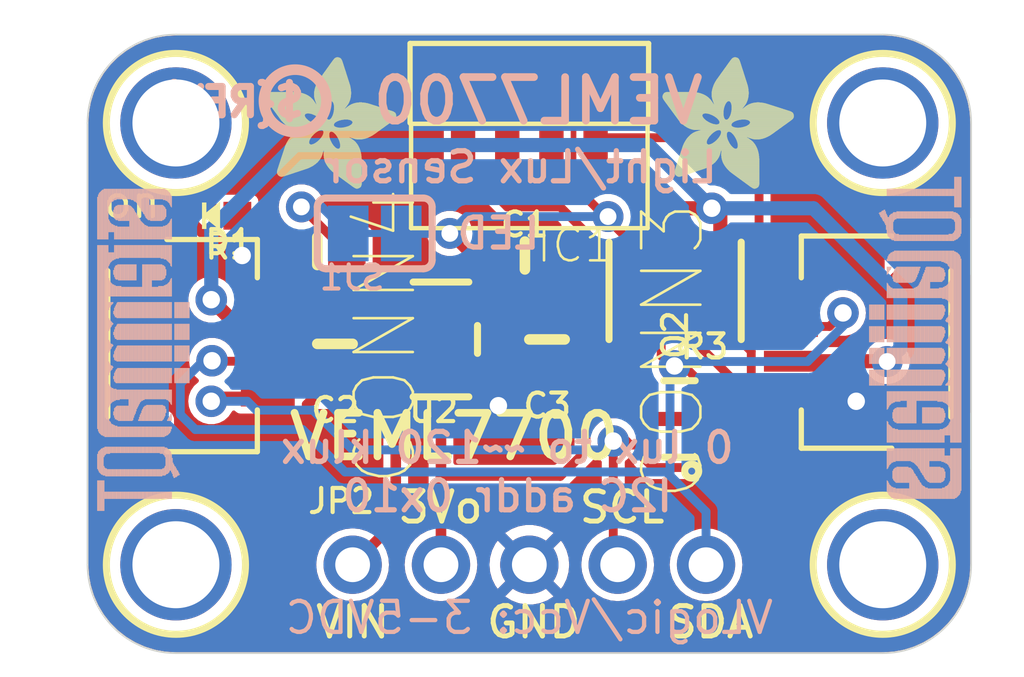
<source format=kicad_pcb>
(kicad_pcb (version 20221018) (generator pcbnew)
  (layers (0 "F.Cu" signal) (31 "B.Cu" signal) (34 "B.Paste" user) (35 "F.Paste" user) (36 "B.SilkS" user "B.Silkscreen") (37 "F.SilkS" user "F.Silkscreen") (38 "B.Mask" user) (39 "F.Mask" user) (44 "Edge.Cuts" user))
  (net 0 "")
  (net 1 "GND")
  (net 2 "SDA")
  (net 3 "SCL")
  (net 4 "SCL_3V")
  (net 5 "SDA_3V")
  (net 6 "3.3V")
  (net 7 "VCC")
  (net 8 "N$1")
  (net 9 "N$2")
  (footprint "working:MOUNTINGHOLE_2.5_PLATED" (layer "F.Cu") (at 138.3411 98.6536)
    (fp_text reference "U$1" hide)
    (fp_text value "MOUNTINGHOLE2.5" hide)
    (pad "P$1" thru_hole circle (at 0 0) (size 3.2 3.2) (drill 2.5) (layers "*.Cu" "*.Mask"))
    (zone (net 0) (net_name "") (layer "F.Cu") (connect_pads (clearance 0)) (min_thickness 0.25)
      (keepout (tracks not_allowed) (vias not_allowed) (pads not_allowed) (copperpour not_allowed) (footprints allowed))
      (fill (thermal_gap 0.5) (thermal_bridge_width 0.5))
      (polygon (pts (xy 140.3571 98.6536) (xy 140.33748 98.373027) (xy 140.279004 98.097915) (xy 140.182808 97.833619) (xy 140.050765 97.585283) (xy 139.885446 97.35774) (xy 139.690067 97.15542) (xy 139.468433 96.98226) (xy 139.224856 96.841631) (xy 138.964078 96.73627) (xy 138.691175 96.668228) (xy 138.411457 96.638828) (xy 138.130371 96.648644) (xy 137.853385 96.697484) (xy 137.585893 96.784397) (xy 137.3331 96.907693) (xy 137.099926 97.06497) (xy 136.890911 97.253169) (xy 136.710122 97.468625) (xy 136.561078 97.707145) (xy 136.44668 97.964087) (xy 136.369154 98.23445) (xy 136.330011 98.512971) (xy 136.330011 98.794229) (xy 136.369154 99.07275) (xy 136.44668 99.343113) (xy 136.561078 99.600055) (xy 136.710122 99.838575) (xy 136.890911 100.054031) (xy 137.099926 100.24223) (xy 137.3331 100.399507) (xy 137.585893 100.522803) (xy 137.853385 100.609716) (xy 138.130371 100.658556) (xy 138.411457 100.668372) (xy 138.691175 100.638972) (xy 138.964078 100.57093) (xy 139.224856 100.465569) (xy 139.468433 100.32494) (xy 139.690067 100.15178) (xy 139.885446 99.94946) (xy 140.050765 99.721917) (xy 140.182808 99.473581) (xy 140.279004 99.209285) (xy 140.33748 98.934173)))
      (polygon (pts (xy 138.3251 98.6536) (xy 138.329786 98.664914) (xy 138.3411 98.6696) (xy 138.352414 98.664914) (xy 138.3571 98.6536) (xy 138.352414 98.642286) (xy 138.3411 98.6376) (xy 138.329786 98.642286)))
    )
    (zone (net 0) (net_name "") (layer "B.Cu") (connect_pads (clearance 0)) (min_thickness 0.25)
      (keepout (tracks not_allowed) (vias not_allowed) (pads not_allowed) (copperpour not_allowed) (footprints allowed))
      (fill (thermal_gap 0.5) (thermal_bridge_width 0.5))
      (polygon (pts (xy 140.3571 98.6536) (xy 140.33748 98.373027) (xy 140.279004 98.097915) (xy 140.182808 97.833619) (xy 140.050765 97.585283) (xy 139.885446 97.35774) (xy 139.690067 97.15542) (xy 139.468433 96.98226) (xy 139.224856 96.841631) (xy 138.964078 96.73627) (xy 138.691175 96.668228) (xy 138.411457 96.638828) (xy 138.130371 96.648644) (xy 137.853385 96.697484) (xy 137.585893 96.784397) (xy 137.3331 96.907693) (xy 137.099926 97.06497) (xy 136.890911 97.253169) (xy 136.710122 97.468625) (xy 136.561078 97.707145) (xy 136.44668 97.964087) (xy 136.369154 98.23445) (xy 136.330011 98.512971) (xy 136.330011 98.794229) (xy 136.369154 99.07275) (xy 136.44668 99.343113) (xy 136.561078 99.600055) (xy 136.710122 99.838575) (xy 136.890911 100.054031) (xy 137.099926 100.24223) (xy 137.3331 100.399507) (xy 137.585893 100.522803) (xy 137.853385 100.609716) (xy 138.130371 100.658556) (xy 138.411457 100.668372) (xy 138.691175 100.638972) (xy 138.964078 100.57093) (xy 139.224856 100.465569) (xy 139.468433 100.32494) (xy 139.690067 100.15178) (xy 139.885446 99.94946) (xy 140.050765 99.721917) (xy 140.182808 99.473581) (xy 140.279004 99.209285) (xy 140.33748 98.934173)))
      (polygon (pts (xy 138.3251 98.6536) (xy 138.329786 98.664914) (xy 138.3411 98.6696) (xy 138.352414 98.664914) (xy 138.3571 98.6536) (xy 138.352414 98.642286) (xy 138.3411 98.6376) (xy 138.329786 98.642286)))
    )
  )
  (footprint "working:VEML7700" (layer "F.Cu") (at 148.5011 100.1776 180)
    (fp_text reference "IC1" (at -2.5 -2) (layer "F.SilkS") (effects (font (size 0.9264 0.9264) (thickness 0.0736)) (justify right)))
    (fp_text value "VEML7700")
    (pad "1" smd rect (at -1.905 1.1 90) (size 1.6 0.7) (layers "F.Cu" "F.Paste" "F.Mask") (net 4 "SCL_3V"))
    (pad "2" smd rect (at -0.635 1.1 90) (size 1.6 0.7) (layers "F.Cu" "F.Paste" "F.Mask") (net 6 "3.3V"))
    (pad "3" smd rect (at 0.635 1.1 90) (size 1.6 0.7) (layers "F.Cu" "F.Paste" "F.Mask") (net 1 "GND"))
    (pad "4" smd rect (at 1.905 1.1 90) (size 1.6 0.7) (layers "F.Cu" "F.Paste" "F.Mask") (net 5 "SDA_3V"))
  )
  (footprint "working:MOUNTINGHOLE_2.5_PLATED" (layer "F.Cu") (at 138.3411 111.3536)
    (fp_text reference "U$19" hide)
    (fp_text value "MOUNTINGHOLE2.5" hide)
    (pad "P$1" thru_hole circle (at 0 0) (size 3.2 3.2) (drill 2.5) (layers "*.Cu" "*.Mask"))
    (zone (net 0) (net_name "") (layer "F.Cu") (connect_pads (clearance 0)) (min_thickness 0.25)
      (keepout (tracks not_allowed) (vias not_allowed) (pads not_allowed) (copperpour not_allowed) (footprints allowed))
      (fill (thermal_gap 0.5) (thermal_bridge_width 0.5))
      (polygon (pts (xy 140.3571 111.3536) (xy 140.33748 111.073027) (xy 140.279004 110.797915) (xy 140.182808 110.533619) (xy 140.050765 110.285283) (xy 139.885446 110.05774) (xy 139.690067 109.85542) (xy 139.468433 109.68226) (xy 139.224856 109.541631) (xy 138.964078 109.43627) (xy 138.691175 109.368228) (xy 138.411457 109.338828) (xy 138.130371 109.348644) (xy 137.853385 109.397484) (xy 137.585893 109.484397) (xy 137.3331 109.607693) (xy 137.099926 109.76497) (xy 136.890911 109.953169) (xy 136.710122 110.168625) (xy 136.561078 110.407145) (xy 136.44668 110.664087) (xy 136.369154 110.93445) (xy 136.330011 111.212971) (xy 136.330011 111.494229) (xy 136.369154 111.77275) (xy 136.44668 112.043113) (xy 136.561078 112.300055) (xy 136.710122 112.538575) (xy 136.890911 112.754031) (xy 137.099926 112.94223) (xy 137.3331 113.099507) (xy 137.585893 113.222803) (xy 137.853385 113.309716) (xy 138.130371 113.358556) (xy 138.411457 113.368372) (xy 138.691175 113.338972) (xy 138.964078 113.27093) (xy 139.224856 113.165569) (xy 139.468433 113.02494) (xy 139.690067 112.85178) (xy 139.885446 112.64946) (xy 140.050765 112.421917) (xy 140.182808 112.173581) (xy 140.279004 111.909285) (xy 140.33748 111.634173)))
      (polygon (pts (xy 138.3251 111.3536) (xy 138.329786 111.364914) (xy 138.3411 111.3696) (xy 138.352414 111.364914) (xy 138.3571 111.3536) (xy 138.352414 111.342286) (xy 138.3411 111.3376) (xy 138.329786 111.342286)))
    )
    (zone (net 0) (net_name "") (layer "B.Cu") (connect_pads (clearance 0)) (min_thickness 0.25)
      (keepout (tracks not_allowed) (vias not_allowed) (pads not_allowed) (copperpour not_allowed) (footprints allowed))
      (fill (thermal_gap 0.5) (thermal_bridge_width 0.5))
      (polygon (pts (xy 140.3571 111.3536) (xy 140.33748 111.073027) (xy 140.279004 110.797915) (xy 140.182808 110.533619) (xy 140.050765 110.285283) (xy 139.885446 110.05774) (xy 139.690067 109.85542) (xy 139.468433 109.68226) (xy 139.224856 109.541631) (xy 138.964078 109.43627) (xy 138.691175 109.368228) (xy 138.411457 109.338828) (xy 138.130371 109.348644) (xy 137.853385 109.397484) (xy 137.585893 109.484397) (xy 137.3331 109.607693) (xy 137.099926 109.76497) (xy 136.890911 109.953169) (xy 136.710122 110.168625) (xy 136.561078 110.407145) (xy 136.44668 110.664087) (xy 136.369154 110.93445) (xy 136.330011 111.212971) (xy 136.330011 111.494229) (xy 136.369154 111.77275) (xy 136.44668 112.043113) (xy 136.561078 112.300055) (xy 136.710122 112.538575) (xy 136.890911 112.754031) (xy 137.099926 112.94223) (xy 137.3331 113.099507) (xy 137.585893 113.222803) (xy 137.853385 113.309716) (xy 138.130371 113.358556) (xy 138.411457 113.368372) (xy 138.691175 113.338972) (xy 138.964078 113.27093) (xy 139.224856 113.165569) (xy 139.468433 113.02494) (xy 139.690067 112.85178) (xy 139.885446 112.64946) (xy 140.050765 112.421917) (xy 140.182808 112.173581) (xy 140.279004 111.909285) (xy 140.33748 111.634173)))
      (polygon (pts (xy 138.3251 111.3536) (xy 138.329786 111.364914) (xy 138.3411 111.3696) (xy 138.352414 111.364914) (xy 138.3571 111.3536) (xy 138.352414 111.342286) (xy 138.3411 111.3376) (xy 138.329786 111.342286)))
    )
  )
  (footprint "working:JST_SH4" (layer "F.Cu") (at 138.4681 105.0036 -90)
    (fp_text reference "CONN4" (at -4.6 -5.9 90) (layer "F.SilkS") (effects (font (size 1.703222 1.703222) (thickness 0.074778)) (justify right)))
    (fp_text value "STEMMA_I2C_QT" hide)
    (pad "1" smd rect (at -1.5 -2.514) (size 1.55 0.6) (layers "F.Cu" "F.Paste" "F.Mask") (net 1 "GND"))
    (pad "2" smd rect (at -0.5 -2.514) (size 1.55 0.6) (layers "F.Cu" "F.Paste" "F.Mask") (net 7 "VCC"))
    (pad "3" smd rect (at 0.5 -2.514) (size 1.55 0.6) (layers "F.Cu" "F.Paste" "F.Mask") (net 2 "SDA"))
    (pad "4" smd rect (at 1.5 -2.514) (size 1.55 0.6) (layers "F.Cu" "F.Paste" "F.Mask") (net 3 "SCL"))
    (pad "MT1" smd rect (at -2.8 1.386) (size 1.8 1.2) (layers "F.Cu" "F.Paste" "F.Mask") (net 1 "GND"))
    (pad "MT2" smd rect (at 2.8 1.386) (size 1.8 1.2) (layers "F.Cu" "F.Paste" "F.Mask") (net 1 "GND"))
  )
  (footprint "working:1X05_ROUND" (layer "F.Cu") (at 148.5011 111.3536)
    (fp_text reference "JP2" (at -6.4262 -1.8288) (layer "F.SilkS") (effects (font (size 0.692831 0.692831) (thickness 0.119969)) (justify left)))
    (fp_text value "")
    (pad "1" thru_hole circle (at -5.08 0 90) (size 1.6764 1.6764) (drill 1) (layers "*.Cu" "*.Mask") (net 7 "VCC"))
    (pad "2" thru_hole circle (at -2.54 0 90) (size 1.6764 1.6764) (drill 1) (layers "*.Cu" "*.Mask") (net 6 "3.3V"))
    (pad "3" thru_hole circle (at 0 0 90) (size 1.6764 1.6764) (drill 1) (layers "*.Cu" "*.Mask") (net 1 "GND"))
    (pad "4" thru_hole circle (at 2.54 0 90) (size 1.6764 1.6764) (drill 1) (layers "*.Cu" "*.Mask") (net 3 "SCL"))
    (pad "5" thru_hole circle (at 5.08 0 90) (size 1.6764 1.6764) (drill 1) (layers "*.Cu" "*.Mask") (net 2 "SDA"))
  )
  (footprint "working:CHIPLED_0603_NOOUTLINE" (layer "F.Cu") (at 139.3571 101.3206 90)
    (fp_text reference "D1" (at -0.762 1.27) (layer "F.SilkS") (effects (font (size 0.692831 0.692831) (thickness 0.119969)) (justify right)))
    (fp_text value "GREEN")
    (pad "A" smd rect (at 0 0.75 90) (size 0.8 0.8) (layers "F.Cu" "F.Paste" "F.Mask") (net 8 "N$1"))
    (pad "C" smd rect (at 0 -0.75 90) (size 0.8 0.8) (layers "F.Cu" "F.Paste" "F.Mask") (net 1 "GND"))
  )
  (footprint "working:JST_SH4" (layer "F.Cu") (at 158.5341 105.0036 90)
    (fp_text reference "CONN3" (at -4.6 -5.9 90) (layer "F.SilkS") (effects (font (size 1.703222 1.703222) (thickness 0.074778)) (justify left)))
    (fp_text value "STEMMA_I2C_QT" hide)
    (pad "1" smd rect (at -1.5 -2.514 180) (size 1.55 0.6) (layers "F.Cu" "F.Paste" "F.Mask") (net 1 "GND"))
    (pad "2" smd rect (at -0.5 -2.514 180) (size 1.55 0.6) (layers "F.Cu" "F.Paste" "F.Mask") (net 7 "VCC"))
    (pad "3" smd rect (at 0.5 -2.514 180) (size 1.55 0.6) (layers "F.Cu" "F.Paste" "F.Mask") (net 2 "SDA"))
    (pad "4" smd rect (at 1.5 -2.514 180) (size 1.55 0.6) (layers "F.Cu" "F.Paste" "F.Mask") (net 3 "SCL"))
    (pad "MT1" smd rect (at -2.8 1.386 180) (size 1.8 1.2) (layers "F.Cu" "F.Paste" "F.Mask") (net 1 "GND"))
    (pad "MT2" smd rect (at 2.8 1.386 180) (size 1.8 1.2) (layers "F.Cu" "F.Paste" "F.Mask") (net 1 "GND"))
  )
  (footprint "working:SOT23-5" (layer "F.Cu") (at 145.9611 104.8766 -90)
    (fp_text reference "U2" (at 2.032 -0.562) (layer "F.SilkS") (effects (font (size 0.692831 0.692831) (thickness 0.119969)) (justify right)))
    (fp_text value "AP2112K-3.3")
    (pad "1" smd rect (at -0.95 1.3001 270) (size 0.55 1.2) (layers "F.Cu" "F.Paste" "F.Mask") (net 7 "VCC"))
    (pad "2" smd rect (at 0 1.3001 270) (size 0.55 1.2) (layers "F.Cu" "F.Paste" "F.Mask") (net 1 "GND"))
    (pad "3" smd rect (at 0.95 1.3001 270) (size 0.55 1.2) (layers "F.Cu" "F.Paste" "F.Mask") (net 7 "VCC"))
    (pad "4" smd rect (at 0.95 -1.3001 270) (size 0.55 1.2) (layers "F.Cu" "F.Paste" "F.Mask"))
    (pad "5" smd rect (at -0.95 -1.3001 270) (size 0.55 1.2) (layers "F.Cu" "F.Paste" "F.Mask") (net 6 "3.3V"))
  )
  (footprint "working:0805-NO" (layer "F.Cu") (at 149.0091 104.8766 -90)
    (fp_text reference "C3" (at 1.905 -0.762) (layer "F.SilkS") (effects (font (size 0.692831 0.692831) (thickness 0.119969)) (justify right)))
    (fp_text value "10uF")
    (pad "1" smd rect (at -0.95 0 270) (size 1.24 1.5) (layers "F.Cu" "F.Paste" "F.Mask") (net 6 "3.3V"))
    (pad "2" smd rect (at 0.95 0 270) (size 1.24 1.5) (layers "F.Cu" "F.Paste" "F.Mask") (net 1 "GND"))
  )
  (footprint "working:0603-NO" (layer "F.Cu") (at 142.4051 102.3366 180)
    (fp_text reference "R1" (at 1.778 0.127) (layer "F.SilkS") (effects (font (size 0.692831 0.692831) (thickness 0.119969)) (justify right)))
    (fp_text value "47K")
    (pad "1" smd rect (at -0.85 0 180) (size 1.075 1) (layers "F.Cu" "F.Paste" "F.Mask") (net 9 "N$2"))
    (pad "2" smd rect (at 0.85 0 180) (size 1.075 1) (layers "F.Cu" "F.Paste" "F.Mask") (net 8 "N$1"))
  )
  (footprint "working:FIDUCIAL_1MM" (layer "F.Cu") (at 140.8811 109.3216)
    (fp_text reference "FID3" hide)
    (fp_text value "FIDUCIAL_1MM" hide)
    (pad "1" smd roundrect (at 0 0) (size 1 1) (layers "F.Cu" "F.Mask") (roundrect_rratio 0.5))
  )
  (footprint "working:FIDUCIAL_1MM" (layer "F.Cu") (at 155.8671 97.1296)
    (fp_text reference "FID4" hide)
    (fp_text value "FIDUCIAL_1MM" hide)
    (pad "1" smd roundrect (at 0 0) (size 1 1) (layers "F.Cu" "F.Mask") (roundrect_rratio 0.5))
  )
  (footprint "working:0603-NO" (layer "F.Cu") (at 148.3741 102.4636)
    (fp_text reference "C1" (at -0.762 -0.889) (layer "F.SilkS") (effects (font (size 0.692831 0.692831) (thickness 0.119969)) (justify left)))
    (fp_text value "0.1uF")
    (pad "1" smd rect (at -0.85 0) (size 1.075 1) (layers "F.Cu" "F.Paste" "F.Mask") (net 6 "3.3V"))
    (pad "2" smd rect (at 0.85 0) (size 1.075 1) (layers "F.Cu" "F.Paste" "F.Mask") (net 1 "GND"))
  )
  (footprint "working:MOUNTINGHOLE_2.5_PLATED" (layer "F.Cu") (at 158.6611 111.3536)
    (fp_text reference "U$21" hide)
    (fp_text value "MOUNTINGHOLE2.5" hide)
    (pad "P$1" thru_hole circle (at 0 0) (size 3.2 3.2) (drill 2.5) (layers "*.Cu" "*.Mask"))
    (zone (net 0) (net_name "") (layer "F.Cu") (connect_pads (clearance 0)) (min_thickness 0.25)
      (keepout (tracks not_allowed) (vias not_allowed) (pads not_allowed) (copperpour not_allowed) (footprints allowed))
      (fill (thermal_gap 0.5) (thermal_bridge_width 0.5))
      (polygon (pts (xy 160.6771 111.3536) (xy 160.65748 111.073027) (xy 160.599004 110.797915) (xy 160.502808 110.533619) (xy 160.370765 110.285283) (xy 160.205446 110.05774) (xy 160.010067 109.85542) (xy 159.788433 109.68226) (xy 159.544856 109.541631) (xy 159.284078 109.43627) (xy 159.011175 109.368228) (xy 158.731457 109.338828) (xy 158.450371 109.348644) (xy 158.173385 109.397484) (xy 157.905893 109.484397) (xy 157.6531 109.607693) (xy 157.419926 109.76497) (xy 157.210911 109.953169) (xy 157.030122 110.168625) (xy 156.881078 110.407145) (xy 156.76668 110.664087) (xy 156.689154 110.93445) (xy 156.650011 111.212971) (xy 156.650011 111.494229) (xy 156.689154 111.77275) (xy 156.76668 112.043113) (xy 156.881078 112.300055) (xy 157.030122 112.538575) (xy 157.210911 112.754031) (xy 157.419926 112.94223) (xy 157.6531 113.099507) (xy 157.905893 113.222803) (xy 158.173385 113.309716) (xy 158.450371 113.358556) (xy 158.731457 113.368372) (xy 159.011175 113.338972) (xy 159.284078 113.27093) (xy 159.544856 113.165569) (xy 159.788433 113.02494) (xy 160.010067 112.85178) (xy 160.205446 112.64946) (xy 160.370765 112.421917) (xy 160.502808 112.173581) (xy 160.599004 111.909285) (xy 160.65748 111.634173)))
      (polygon (pts (xy 158.6451 111.3536) (xy 158.649786 111.364914) (xy 158.6611 111.3696) (xy 158.672414 111.364914) (xy 158.6771 111.3536) (xy 158.672414 111.342286) (xy 158.6611 111.3376) (xy 158.649786 111.342286)))
    )
    (zone (net 0) (net_name "") (layer "B.Cu") (connect_pads (clearance 0)) (min_thickness 0.25)
      (keepout (tracks not_allowed) (vias not_allowed) (pads not_allowed) (copperpour not_allowed) (footprints allowed))
      (fill (thermal_gap 0.5) (thermal_bridge_width 0.5))
      (polygon (pts (xy 160.6771 111.3536) (xy 160.65748 111.073027) (xy 160.599004 110.797915) (xy 160.502808 110.533619) (xy 160.370765 110.285283) (xy 160.205446 110.05774) (xy 160.010067 109.85542) (xy 159.788433 109.68226) (xy 159.544856 109.541631) (xy 159.284078 109.43627) (xy 159.011175 109.368228) (xy 158.731457 109.338828) (xy 158.450371 109.348644) (xy 158.173385 109.397484) (xy 157.905893 109.484397) (xy 157.6531 109.607693) (xy 157.419926 109.76497) (xy 157.210911 109.953169) (xy 157.030122 110.168625) (xy 156.881078 110.407145) (xy 156.76668 110.664087) (xy 156.689154 110.93445) (xy 156.650011 111.212971) (xy 156.650011 111.494229) (xy 156.689154 111.77275) (xy 156.76668 112.043113) (xy 156.881078 112.300055) (xy 157.030122 112.538575) (xy 157.210911 112.754031) (xy 157.419926 112.94223) (xy 157.6531 113.099507) (xy 157.905893 113.222803) (xy 158.173385 113.309716) (xy 158.450371 113.358556) (xy 158.731457 113.368372) (xy 159.011175 113.338972) (xy 159.284078 113.27093) (xy 159.544856 113.165569) (xy 159.788433 113.02494) (xy 160.010067 112.85178) (xy 160.205446 112.64946) (xy 160.370765 112.421917) (xy 160.502808 112.173581) (xy 160.599004 111.909285) (xy 160.65748 111.634173)))
      (polygon (pts (xy 158.6451 111.3536) (xy 158.649786 111.364914) (xy 158.6611 111.3696) (xy 158.672414 111.364914) (xy 158.6771 111.3536) (xy 158.672414 111.342286) (xy 158.6611 111.3376) (xy 158.649786 111.342286)))
    )
  )
  (footprint "working:0805-NO" (layer "F.Cu") (at 142.9131 105.0036 -90)
    (fp_text reference "C2" (at 1.905 -0.762) (layer "F.SilkS") (effects (font (size 0.692831 0.692831) (thickness 0.119969)) (justify right)))
    (fp_text value "10uF")
    (pad "1" smd rect (at -0.95 0 270) (size 1.24 1.5) (layers "F.Cu" "F.Paste" "F.Mask") (net 7 "VCC"))
    (pad "2" smd rect (at 0.95 0 270) (size 1.24 1.5) (layers "F.Cu" "F.Paste" "F.Mask") (net 1 "GND"))
  )
  (footprint "working:MOUNTINGHOLE_2.5_PLATED" (layer "F.Cu") (at 158.6611 98.6536)
    (fp_text reference "U$17" hide)
    (fp_text value "MOUNTINGHOLE2.5" hide)
    (pad "P$1" thru_hole circle (at 0 0) (size 3.2 3.2) (drill 2.5) (layers "*.Cu" "*.Mask"))
    (zone (net 0) (net_name "") (layer "F.Cu") (connect_pads (clearance 0)) (min_thickness 0.25)
      (keepout (tracks not_allowed) (vias not_allowed) (pads not_allowed) (copperpour not_allowed) (footprints allowed))
      (fill (thermal_gap 0.5) (thermal_bridge_width 0.5))
      (polygon (pts (xy 160.6771 98.6536) (xy 160.65748 98.373027) (xy 160.599004 98.097915) (xy 160.502808 97.833619) (xy 160.370765 97.585283) (xy 160.205446 97.35774) (xy 160.010067 97.15542) (xy 159.788433 96.98226) (xy 159.544856 96.841631) (xy 159.284078 96.73627) (xy 159.011175 96.668228) (xy 158.731457 96.638828) (xy 158.450371 96.648644) (xy 158.173385 96.697484) (xy 157.905893 96.784397) (xy 157.6531 96.907693) (xy 157.419926 97.06497) (xy 157.210911 97.253169) (xy 157.030122 97.468625) (xy 156.881078 97.707145) (xy 156.76668 97.964087) (xy 156.689154 98.23445) (xy 156.650011 98.512971) (xy 156.650011 98.794229) (xy 156.689154 99.07275) (xy 156.76668 99.343113) (xy 156.881078 99.600055) (xy 157.030122 99.838575) (xy 157.210911 100.054031) (xy 157.419926 100.24223) (xy 157.6531 100.399507) (xy 157.905893 100.522803) (xy 158.173385 100.609716) (xy 158.450371 100.658556) (xy 158.731457 100.668372) (xy 159.011175 100.638972) (xy 159.284078 100.57093) (xy 159.544856 100.465569) (xy 159.788433 100.32494) (xy 160.010067 100.15178) (xy 160.205446 99.94946) (xy 160.370765 99.721917) (xy 160.502808 99.473581) (xy 160.599004 99.209285) (xy 160.65748 98.934173)))
      (polygon (pts (xy 158.6451 98.6536) (xy 158.649786 98.664914) (xy 158.6611 98.6696) (xy 158.672414 98.664914) (xy 158.6771 98.6536) (xy 158.672414 98.642286) (xy 158.6611 98.6376) (xy 158.649786 98.642286)))
    )
    (zone (net 0) (net_name "") (layer "B.Cu") (connect_pads (clearance 0)) (min_thickness 0.25)
      (keepout (tracks not_allowed) (vias not_allowed) (pads not_allowed) (copperpour not_allowed) (footprints allowed))
      (fill (thermal_gap 0.5) (thermal_bridge_width 0.5))
      (polygon (pts (xy 160.6771 98.6536) (xy 160.65748 98.373027) (xy 160.599004 98.097915) (xy 160.502808 97.833619) (xy 160.370765 97.585283) (xy 160.205446 97.35774) (xy 160.010067 97.15542) (xy 159.788433 96.98226) (xy 159.544856 96.841631) (xy 159.284078 96.73627) (xy 159.011175 96.668228) (xy 158.731457 96.638828) (xy 158.450371 96.648644) (xy 158.173385 96.697484) (xy 157.905893 96.784397) (xy 157.6531 96.907693) (xy 157.419926 97.06497) (xy 157.210911 97.253169) (xy 157.030122 97.468625) (xy 156.881078 97.707145) (xy 156.76668 97.964087) (xy 156.689154 98.23445) (xy 156.650011 98.512971) (xy 156.650011 98.794229) (xy 156.689154 99.07275) (xy 156.76668 99.343113) (xy 156.881078 99.600055) (xy 157.030122 99.838575) (xy 157.210911 100.054031) (xy 157.419926 100.24223) (xy 157.6531 100.399507) (xy 157.905893 100.522803) (xy 158.173385 100.609716) (xy 158.450371 100.658556) (xy 158.731457 100.668372) (xy 159.011175 100.638972) (xy 159.284078 100.57093) (xy 159.544856 100.465569) (xy 159.788433 100.32494) (xy 160.010067 100.15178) (xy 160.205446 99.94946) (xy 160.370765 99.721917) (xy 160.502808 99.473581) (xy 160.599004 99.209285) (xy 160.65748 98.934173)))
      (polygon (pts (xy 158.6451 98.6536) (xy 158.649786 98.664914) (xy 158.6611 98.6696) (xy 158.672414 98.664914) (xy 158.6771 98.6536) (xy 158.672414 98.642286) (xy 158.6611 98.6376) (xy 158.649786 98.642286)))
    )
  )
  (footprint "working:ADAFRUIT_3.5MM" (layer "F.Cu") (at 152.3111 100.5586)
    (fp_text reference "U$4" hide)
    (fp_text value "" hide)
  )
  (footprint "working:SOT363" (layer "F.Cu") (at 152.8191 107.1626 90)
    (fp_text reference "Q2" (at 1.651 -0.127 90) (layer "F.SilkS") (effects (font (size 0.692831 0.692831) (thickness 0.119969)) (justify left)))
    (fp_text value "BSS138")
    (pad "1" smd rect (at -0.75 0.9 90) (size 0.5 0.5) (layers "F.Cu" "F.Paste" "F.Mask") (net 4 "SCL_3V"))
    (pad "2" smd rect (at 0 0.9 90) (size 0.4 0.5) (layers "F.Cu" "F.Paste" "F.Mask") (net 6 "3.3V"))
    (pad "3" smd rect (at 0.75 0.9 90) (size 0.5 0.5) (layers "F.Cu" "F.Paste" "F.Mask") (net 2 "SDA"))
    (pad "4" smd rect (at 0.75 -0.9 90) (size 0.5 0.5) (layers "F.Cu" "F.Paste" "F.Mask") (net 5 "SDA_3V"))
    (pad "5" smd rect (at 0 -0.9 90) (size 0.4 0.5) (layers "F.Cu" "F.Paste" "F.Mask") (net 6 "3.3V"))
    (pad "6" smd rect (at -0.75 -0.9 90) (size 0.5 0.5) (layers "F.Cu" "F.Paste" "F.Mask") (net 3 "SCL"))
  )
  (footprint "working:RESPACK_4X0603" (layer "F.Cu") (at 152.6921 103.4796 180)
    (fp_text reference "R3" (at -1.6 -1.6) (layer "F.SilkS") (effects (font (size 0.692831 0.692831) (thickness 0.119969)) (justify right)))
    (fp_text value "4.7K")
    (pad "1" smd rect (at -1.3 0.85 180) (size 0.45 0.9) (layers "F.Cu" "F.Paste" "F.Mask") (net 7 "VCC"))
    (pad "2" smd rect (at -0.4 0.85 180) (size 0.45 0.9) (layers "F.Cu" "F.Paste" "F.Mask") (net 6 "3.3V"))
    (pad "3" smd rect (at 0.4 0.85 180) (size 0.45 0.9) (layers "F.Cu" "F.Paste" "F.Mask") (net 7 "VCC"))
    (pad "4" smd rect (at 1.3 0.85 180) (size 0.45 0.9) (layers "F.Cu" "F.Paste" "F.Mask") (net 6 "3.3V"))
    (pad "5" smd rect (at 1.3 -0.85 180) (size 0.45 0.9) (layers "F.Cu" "F.Paste" "F.Mask") (net 5 "SDA_3V"))
    (pad "6" smd rect (at 0.4 -0.85 180) (size 0.45 0.9) (layers "F.Cu" "F.Paste" "F.Mask") (net 2 "SDA"))
    (pad "7" smd rect (at -0.4 -0.85 180) (size 0.45 0.9) (layers "F.Cu" "F.Paste" "F.Mask") (net 4 "SCL_3V"))
    (pad "8" smd rect (at -1.3 -0.85 180) (size 0.45 0.9) (layers "F.Cu" "F.Paste" "F.Mask") (net 3 "SCL"))
  )
  (footprint "working:ADAFRUIT_3.5MM" (layer "F.Cu") (at 140.8811 100.5586)
    (fp_text reference "U$22" hide)
    (fp_text value "" hide)
  )
  (footprint "working:STEMMAQT" (layer "B.Cu") (at 138.7221 100.5586 -90)
    (fp_text reference "U$31" hide)
    (fp_text value "" hide)
  )
  (footprint "working:SOLDERJUMPER_CLOSEDWIRE" (layer "B.Cu") (at 144.0561 101.8286)
    (fp_text reference "SJ1" (at -1.651 1.27) (layer "B.SilkS") (effects (font (size 0.692831 0.692831) (thickness 0.119969)) (justify right mirror)))
    (fp_text value "")
    (pad "1" smd rect (at -0.762 0) (size 1.1684 1.6002) (layers "B.Cu") (net 9 "N$2"))
    (pad "2" smd rect (at 0.762 0) (size 1.1684 1.6002) (layers "B.Cu") (net 6 "3.3V"))
    (pad "WIRE" smd rect (at 0 0 180) (size 0.635 0.2032) (layers "B.Cu"))
  )
  (footprint "working:STEMMAQT" (layer "B.Cu") (at 158.2801 109.4486 90)
    (fp_text reference "U$30" hide)
    (fp_text value "" hide)
  )
  (footprint "working:KATTNI_STOP" (layer "B.Cu") (at 151.5491 106.0196 180)
    (fp_text reference "U$2" hide)
    (fp_text value "" hide)
  )
  (footprint "working:PCBFEAT-REV-040" (layer "B.Cu") (at 141.7701 98.0186 180)
    (fp_text reference "U$25" hide)
    (fp_text value "" hide)
    (fp_text user "${REV}" (at -0.3556 -0.508) (layer "B.SilkS") (effects (font (size 0.8128 0.8128) (thickness 0.2032)) (justify left bottom mirror)))
  )
  (gr_line (start 145.0721 98.6536) (end 145.0721 96.3676) (stroke (width 0.1524)) (layer "F.SilkS"))
  (gr_line (start 145.0721 96.3676) (end 151.9301 96.3676) (stroke (width 0.1524)) (layer "F.SilkS"))
  (gr_line (start 151.9301 96.3676) (end 151.9301 98.6536) (stroke (width 0.1524)) (layer "F.SilkS"))
  (gr_arc (start 138.3411 113.8936) (mid 136.545049 113.149651) (end 135.8011 111.3536) (stroke (width 0.05)) (layer "Edge.Cuts"))
  (gr_arc (start 161.2011 111.3536) (mid 160.457151 113.149651) (end 158.6611 113.8936) (stroke (width 0.05)) (layer "Edge.Cuts"))
  (gr_line (start 138.3411 113.8936) (end 158.6611 113.8936) (stroke (width 0.05)) (layer "Edge.Cuts"))
  (gr_line (start 158.6611 96.1136) (end 138.3411 96.1136) (stroke (width 0.05)) (layer "Edge.Cuts"))
  (gr_line (start 135.8011 98.6536) (end 135.8011 111.3536) (stroke (width 0.05)) (layer "Edge.Cuts"))
  (gr_line (start 161.2011 111.3536) (end 161.2011 98.6536) (stroke (width 0.05)) (layer "Edge.Cuts"))
  (gr_arc (start 158.6611 96.1136) (mid 160.457151 96.857549) (end 161.2011 98.6536) (stroke (width 0.05)) (layer "Edge.Cuts"))
  (gr_arc (start 135.8011 98.6536) (mid 136.545049 96.857549) (end 138.3411 96.1136) (stroke (width 0.05)) (layer "Edge.Cuts"))
  (gr_text "LED" (at 147.6121 101.8286) (layer "B.SilkS") (effects (font (size 0.8636 0.8636) (thickness 0.1524)) (justify mirror)))
  (gr_text "VEML7700" (at 148.7551 98.0186) (layer "B.SilkS") (effects (font (size 1.25222 1.25222) (thickness 0.22098)) (justify mirror)))
  (gr_text "VLogic/Vcc: 3-5VDC" (at 148.5011 112.8776) (layer "B.SilkS") (effects (font (size 0.89408 0.89408) (thickness 0.12192)) (justify mirror)))
  (gr_text "Light/Lux Sensor" (at 148.2471 99.9236) (layer "B.SilkS") (effects (font (size 0.8636 0.8636) (thickness 0.1524)) (justify mirror)))
  (gr_text "0 lux to ~~120 klux\nI2C addr 0x10" (at 147.8661 108.6866) (layer "B.SilkS") (effects (font (size 0.8636 0.8636) (thickness 0.1524)) (justify mirror)))
  (gr_text "GND" (at 148.6281 113.0046) (layer "F.SilkS") (effects (font (size 0.87376 0.87376) (thickness 0.14224))))
  (gr_text "VEML7700" (at 146.3421 107.6706) (layer "F.SilkS") (effects (font (size 1.25222 1.25222) (thickness 0.22098))))
  (gr_text "VIN" (at 143.4211 113.0046) (layer "F.SilkS") (effects (font (size 0.87376 0.87376) (thickness 0.14224))))
  (gr_text "on" (at 136.1821 101.4476) (layer "F.SilkS") (effects (font (size 0.89408 0.89408) (thickness 0.12192)) (justify left bottom)))
  (gr_text "3Vo" (at 145.9611 109.7026) (layer "F.SilkS") (effects (font (size 0.87376 0.87376) (thickness 0.14224))))
  (gr_text "SCL" (at 151.1681 109.7026) (layer "F.SilkS") (effects (font (size 0.87376 0.87376) (thickness 0.14224))))
  (gr_text "SDA" (at 153.7081 113.0046) (layer "F.SilkS") (effects (font (size 0.87376 0.87376) (thickness 0.14224))))
  (segment (start 139.629681 100.4316) (end 139.9921 100.4316) (width 0.3048) (layer "F.Cu") (net 1))
  (segment (start 140.9821 103.5036) (end 140.9051 103.5036) (width 0.4064) (layer "F.Cu") (net 1))
  (segment (start 143.0401 105.9536) (end 142.9131 105.9536) (width 0.3048) (layer "F.Cu") (net 1))
  (segment (start 140.9051 103.5036) (end 140.2461 102.8446) (width 0.4064) (layer "F.Cu") (net 1))
  (segment (start 138.6071 101.3206) (end 139.1057 100.822) (width 0.3048) (layer "F.Cu") (net 1))
  (segment (start 144.1171 104.8766) (end 143.0401 105.9536) (width 0.3048) (layer "F.Cu") (net 1))
  (segment (start 139.1057 100.822) (end 139.239281 100.822) (width 0.3048) (layer "F.Cu") (net 1))
  (segment (start 140.2461 102.8446) (end 140.2461 102.4636) (width 0.4064) (layer "F.Cu") (net 1))
  (segment (start 144.661 104.8766) (end 144.1171 104.8766) (width 0.3048) (layer "F.Cu") (net 1))
  (segment (start 139.239281 100.822) (end 139.629681 100.4316) (width 0.3048) (layer "F.Cu") (net 1))
  (via (at 157.8991 106.6546) (size 0.9064) (drill 0.5) (layers "F.Cu" "B.Cu") (net 1))
  (via (at 140.2461 102.4636) (size 0.9064) (drill 0.5) (layers "F.Cu" "B.Cu") (net 1))
  (via (at 147.6121 106.7816) (size 0.9064) (drill 0.5) (layers "F.Cu" "B.Cu") (net 1))
  (segment (start 153.7191 106.4126) (end 152.9451 105.6386) (width 0.254) (layer "F.Cu") (net 2))
  (segment (start 139.379706 105.5036) (end 139.379706 105.488994) (width 0.254) (layer "F.Cu") (net 2))
  (segment (start 152.5851 105.6386) (end 152.2921 105.3456) (width 0.254) (layer "F.Cu") (net 2))
  (segment (start 156.0201 104.5036) (end 157.1291 104.5036) (width 0.254) (layer "F.Cu") (net 2))
  (segment (start 140.9821 105.5036) (end 139.379706 105.5036) (width 0.254) (layer "F.Cu") (net 2))
  (segment (start 152.6731 105.6386) (end 152.9451 105.6386) (width 0.254) (layer "F.Cu") (net 2))
  (segment (start 157.1291 104.5036) (end 157.5181 104.1146) (width 0.254) (layer "F.Cu") (net 2))
  (segment (start 152.6731 105.6386) (end 152.5851 105.6386) (width 0.254) (layer "F.Cu") (net 2))
  (segment (start 152.2921 104.3296) (end 152.2921 105.3456) (width 0.254) (layer "F.Cu") (net 2))
  (via (at 139.379706 105.488994) (size 0.9064) (drill 0.5) (layers "F.Cu" "B.Cu") (net 2))
  (via (at 157.5181 104.1146) (size 0.9064) (drill 0.5) (layers "F.Cu" "B.Cu") (net 2))
  (via (at 152.6731 105.6386) (size 0.9064) (drill 0.5) (layers "F.Cu" "B.Cu") (net 2))
  (segment (start 153.5811 111.3536) (end 153.5811 109.8296) (width 0.254) (layer "B.Cu") (net 2))
  (segment (start 139.125706 105.488994) (end 138.4681 106.1466) (width 0.254) (layer "B.Cu") (net 2))
  (segment (start 141.983 107.4674) (end 143.2022 108.6866) (width 0.254) (layer "B.Cu") (net 2))
  (segment (start 138.4681 106.1466) (end 138.4681 107.0356) (width 0.254) (layer "B.Cu") (net 2))
  (segment (start 138.8999 107.4674) (end 141.983 107.4674) (width 0.254) (layer "B.Cu") (net 2))
  (segment (start 152.6731 105.6386) (end 152.5461 105.5116) (width 0.254) (layer "B.Cu") (net 2))
  (segment (start 157.5181 104.4956) (end 156.5021 105.5116) (width 0.254) (layer "B.Cu") (net 2))
  (segment (start 156.5021 105.5116) (end 152.5461 105.5116) (width 0.254) (layer "B.Cu") (net 2))
  (segment (start 139.379706 105.488994) (end 139.125706 105.488994) (width 0.254) (layer "B.Cu") (net 2))
  (segment (start 157.5181 104.1146) (end 157.5181 104.4956) (width 0.254) (layer "B.Cu") (net 2))
  (segment (start 138.4681 107.0356) (end 138.8999 107.4674) (width 0.254) (layer "B.Cu") (net 2))
  (segment (start 152.4381 108.6866) (end 152.5461 108.7946) (width 0.254) (layer "B.Cu") (net 2))
  (segment (start 152.5461 105.5116) (end 152.5461 108.7946) (width 0.254) (layer "B.Cu") (net 2))
  (segment (start 143.2022 108.6866) (end 152.4381 108.6866) (width 0.254) (layer "B.Cu") (net 2))
  (segment (start 153.5811 109.8296) (end 152.5461 108.7946) (width 0.254) (layer "B.Cu") (net 2))
  (segment (start 154.8811 105.2186) (end 154.8811 107.7676) (width 0.254) (layer "F.Cu") (net 3))
  (segment (start 155.7661 103.5036) (end 155.5121 103.7576) (width 0.254) (layer "F.Cu") (net 3))
  (segment (start 155.0721 103.7576) (end 154.5001 104.3296) (width 0.254) (layer "F.Cu") (net 3))
  (segment (start 150.9141 107.7976) (end 150.9141 111.2266) (width 0.254) (layer "F.Cu") (net 3))
  (segment (start 139.5081 106.5036) (end 139.3571 106.6546) (width 0.254) (layer "F.Cu") (net 3))
  (segment (start 151.2951 107.7976) (end 150.9141 107.7976) (width 0.254) (layer "F.Cu") (net 3))
  (segment (start 151.4101 107.9126) (end 151.2951 107.7976) (width 0.254) (layer "F.Cu") (net 3))
  (segment (start 152.0571 108.5596) (end 151.7916 108.2941) (width 0.254) (layer "F.Cu") (net 3))
  (segment (start 155.5121 103.7576) (end 155.0721 103.7576) (width 0.254) (layer "F.Cu") (net 3))
  (segment (start 151.9191 107.9126) (end 151.7916 108.0401) (width 0.254) (layer "F.Cu") (net 3))
  (segment (start 151.9191 107.9126) (end 151.4101 107.9126) (width 0.254) (layer "F.Cu") (net 3))
  (segment (start 151.7916 108.2941) (end 151.7916 108.0401) (width 0.254) (layer "F.Cu") (net 3))
  (segment (start 154.8811 107.7676) (end 154.0891 108.5596) (width 0.254) (layer "F.Cu") (net 3))
  (segment (start 153.9921 104.3296) (end 154.5001 104.3296) (width 0.254) (layer "F.Cu") (net 3))
  (segment (start 156.0201 103.5036) (end 155.7661 103.5036) (width 0.254) (layer "F.Cu") (net 3))
  (segment (start 153.9921 104.3296) (end 154.8811 105.2186) (width 0.254) (layer "F.Cu") (net 3))
  (segment (start 154.0891 108.5596) (end 152.0571 108.5596) (width 0.254) (layer "F.Cu") (net 3))
  (segment (start 151.0411 111.3536) (end 150.9141 111.2266) (width 0.254) (layer "F.Cu") (net 3))
  (segment (start 140.9821 106.5036) (end 139.5081 106.5036) (width 0.254) (layer "F.Cu") (net 3))
  (via (at 150.9141 107.7976) (size 0.9064) (drill 0.5) (layers "F.Cu" "B.Cu") (net 3))
  (via (at 139.3571 106.6546) (size 0.9064) (drill 0.5) (layers "F.Cu" "B.Cu") (net 3))
  (segment (start 142.2781 106.9086) (end 140.650262 106.9086) (width 0.254) (layer "B.Cu") (net 3))
  (segment (start 143.4211 108.0516) (end 142.2781 106.9086) (width 0.254) (layer "B.Cu") (net 3))
  (segment (start 140.396262 106.6546) (end 140.650262 106.9086) (width 0.254) (layer "B.Cu") (net 3))
  (segment (start 139.3571 106.6546) (end 140.396262 106.6546) (width 0.254) (layer "B.Cu") (net 3))
  (segment (start 150.6601 108.0516) (end 143.4211 108.0516) (width 0.254) (layer "B.Cu") (net 3))
  (segment (start 150.6601 108.0516) (end 150.9141 107.7976) (width 0.254) (layer "B.Cu") (net 3))
  (segment (start 154.4239 107.4166) (end 153.9279 107.9126) (width 0.254) (layer "F.Cu") (net 4))
  (segment (start 153.4541 103.4796) (end 154.4701 103.4796) (width 0.254) (layer "F.Cu") (net 4))
  (segment (start 153.0921 104.3296) (end 153.0921 104.7686) (width 0.254) (layer "F.Cu") (net 4))
  (segment (start 153.7191 107.9126) (end 153.9279 107.9126) (width 0.254) (layer "F.Cu") (net 4))
  (segment (start 153.7511 99.0776) (end 150.4061 99.0776) (width 0.254) (layer "F.Cu") (net 4))
  (segment (start 153.4541 103.4796) (end 153.0921 103.8416) (width 0.254) (layer "F.Cu") (net 4))
  (segment (start 155.1051 102.8446) (end 155.1051 100.4316) (width 0.254) (layer "F.Cu") (net 4))
  (segment (start 153.0921 104.7686) (end 154.4239 106.1004) (width 0.254) (layer "F.Cu") (net 4))
  (segment (start 153.0921 104.3296) (end 153.0921 103.8416) (width 0.254) (layer "F.Cu") (net 4))
  (segment (start 154.4239 106.1004) (end 154.4239 107.4166) (width 0.254) (layer "F.Cu") (net 4))
  (segment (start 154.4701 103.4796) (end 155.1051 102.8446) (width 0.254) (layer "F.Cu") (net 4))
  (segment (start 155.1051 100.4316) (end 153.7511 99.0776) (width 0.254) (layer "F.Cu") (net 4))
  (segment (start 150.7571 103.6946) (end 151.3921 104.3296) (width 0.254) (layer "F.Cu") (net 5))
  (segment (start 151.3921 104.3296) (end 151.3921 105.5996) (width 0.254) (layer "F.Cu") (net 5))
  (segment (start 147.8661 101.0666) (end 149.3901 101.0666) (width 0.254) (layer "F.Cu") (net 5))
  (segment (start 150.7571 102.4336) (end 149.3901 101.0666) (width 0.254) (layer "F.Cu") (net 5))
  (segment (start 150.7571 102.4336) (end 150.7571 103.6946) (width 0.254) (layer "F.Cu") (net 5))
  (segment (start 146.5961 99.7966) (end 147.8661 101.0666) (width 0.254) (layer "F.Cu") (net 5))
  (segment (start 146.5961 99.0776) (end 146.5961 99.7966) (width 0.254) (layer "F.Cu") (net 5))
  (segment (start 151.9191 106.1266) (end 151.9191 106.4126) (width 0.254) (layer "F.Cu") (net 5))
  (segment (start 151.9191 106.1266) (end 151.3921 105.5996) (width 0.254) (layer "F.Cu") (net 5))
  (segment (start 153.0921 102.6296) (end 153.0921 103.0986) (width 0.3048) (layer "F.Cu") (net 6))
  (segment (start 147.5241 103.6637) (end 147.2612 103.9266) (width 0.3048) (layer "F.Cu") (net 6))
  (segment (start 151.3921 102.0526) (end 151.3921 102.6296) (width 0.254) (layer "F.Cu") (net 6))
  (segment (start 149.1361 99.7966) (end 150.763396 101.423897) (width 0.254) (layer "F.Cu") (net 6))
  (segment (start 151.5277 107.0142) (end 150.5896 107.0142) (width 0.254) (layer "F.Cu") (net 6))
  (segment (start 145.9611 108.8136) (end 145.9611 106.4006) (width 0.3048) (layer "F.Cu") (net 6))
  (segment (start 146.9111 103.9266) (end 147.2612 103.9266) (width 0.3048) (layer "F.Cu") (net 6))
  (segment (start 151.6761 107.1626) (end 151.5277 107.0142) (width 0.254) (layer "F.Cu") (net 6))
  (segment (start 147.5241 102.4636) (end 147.5241 103.6637) (width 0.3048) (layer "F.Cu") (net 6))
  (segment (start 146.8501 102.4636) (end 146.2151 101.8286) (width 0.3048) (layer "F.Cu") (net 6))
  (segment (start 150.1307 107.4731) (end 150.1307 108.073) (width 0.254) (layer "F.Cu") (net 6))
  (segment (start 152.7111 103.4796) (end 151.6761 103.4796) (width 0.3048) (layer "F.Cu") (net 6))
  (segment (start 150.763396 101.344304) (end 150.763396 101.423897) (width 0.254) (layer "F.Cu") (net 6))
  (segment (start 150.5896 107.0142) (end 150.1307 107.4731) (width 0.254) (layer "F.Cu") (net 6))
  (segment (start 146.2151 106.1466) (end 146.2151 104.6226) (width 0.3048) (layer "F.Cu") (net 6))
  (segment (start 147.2612 103.9266) (end 149.0091 103.9266) (width 0.3048) (layer "F.Cu") (net 6))
  (segment (start 145.9611 111.3536) (end 145.9611 108.8136) (width 0.3048) (layer "F.Cu") (net 6))
  (segment (start 150.1307 108.073) (end 149.3901 108.8136) (width 0.254) (layer "F.Cu") (net 6))
  (segment (start 153.0921 103.0986) (end 152.7111 103.4796) (width 0.3048) (layer "F.Cu") (net 6))
  (segment (start 151.9191 107.1626) (end 153.7191 107.1626) (width 0.4064) (layer "F.Cu") (net 6))
  (segment (start 151.3921 102.6296) (end 151.3921 103.1956) (width 0.3048) (layer "F.Cu") (net 6))
  (segment (start 149.1361 99.0776) (end 149.1361 99.7966) (width 0.254) (layer "F.Cu") (net 6))
  (segment (start 145.9611 106.4006) (end 146.2151 106.1466) (width 0.3048) (layer "F.Cu") (net 6))
  (segment (start 149.3901 108.8136) (end 145.9611 108.8136) (width 0.254) (layer "F.Cu") (net 6))
  (segment (start 150.763396 101.423897) (end 151.3921 102.0526) (width 0.254) (layer "F.Cu") (net 6))
  (segment (start 147.5241 102.4636) (end 146.8501 102.4636) (width 0.3048) (layer "F.Cu") (net 6))
  (segment (start 151.9191 107.1626) (end 151.6761 107.1626) (width 0.254) (layer "F.Cu") (net 6))
  (segment (start 146.2151 104.6226) (end 146.9111 103.9266) (width 0.3048) (layer "F.Cu") (net 6))
  (segment (start 151.6761 103.4796) (end 151.3921 103.1956) (width 0.3048) (layer "F.Cu") (net 6))
  (via (at 150.763396 101.344304) (size 0.889) (drill 0.4826) (layers "F.Cu" "B.Cu") (net 6))
  (via (at 146.2151 101.8286) (size 0.889) (drill 0.4826) (layers "F.Cu" "B.Cu") (net 6))
  (segment (start 146.699396 101.344304) (end 150.763396 101.344304) (width 0.254) (layer "B.Cu") (net 6))
  (segment (start 144.8181 101.8286) (end 146.2151 101.8286) (width 0.254) (layer "B.Cu") (net 6))
  (segment (start 146.2151 101.8286) (end 146.699396 101.344304) (width 0.254) (layer "B.Cu") (net 6))
  (segment (start 153.9921 102.6296) (end 153.9921 101.2326) (width 0.4064) (layer "F.Cu") (net 7))
  (segment (start 142.1511 104.0536) (end 142.9131 104.0536) (width 0.3048) (layer "F.Cu") (net 7))
  (segment (start 144.727 103.8606) (end 144.661 103.9266) (width 0.3048) (layer "F.Cu") (net 7))
  (segment (start 140.9821 104.5036) (end 140.1271 104.5036) (width 0.4064) (layer "F.Cu") (net 7))
  (segment (start 152.7801 101.1056) (end 153.7471 101.1056) (width 0.4064) (layer "F.Cu") (net 7))
  (segment (start 144.661 105.8266) (end 145.7071 105.8266) (width 0.3048) (layer "F.Cu") (net 7))
  (segment (start 145.7071 103.8606) (end 144.727 103.8606) (width 0.3048) (layer "F.Cu") (net 7))
  (segment (start 152.2921 101.5936) (end 152.7801 101.1056) (width 0.4064) (layer "F.Cu") (net 7))
  (segment (start 140.9821 104.5036) (end 141.7011 104.5036) (width 0.3048) (layer "F.Cu") (net 7))
  (segment (start 142.1511 104.0536) (end 141.7011 104.5036) (width 0.3048) (layer "F.Cu") (net 7))
  (segment (start 158.7801 105.5036) (end 158.7881 105.5116) (width 0.4064) (layer "F.Cu") (net 7))
  (segment (start 142.9131 104.0536) (end 143.0401 103.9266) (width 0.3048) (layer "F.Cu") (net 7))
  (segment (start 156.0201 105.5036) (end 158.7801 105.5036) (width 0.4064) (layer "F.Cu") (net 7))
  (segment (start 144.661 105.8266) (end 144.661 110.1137) (width 0.3048) (layer "F.Cu") (net 7))
  (segment (start 153.7471 101.1056) (end 153.8651 101.1056) (width 0.4064) (layer "F.Cu") (net 7))
  (segment (start 153.9921 101.2326) (end 153.8651 101.1056) (width 0.4064) (layer "F.Cu") (net 7))
  (segment (start 140.1271 104.5036) (end 139.3571 103.7336) (width 0.4064) (layer "F.Cu") (net 7))
  (segment (start 145.7071 105.8266) (end 145.7071 103.8606) (width 0.3048) (layer "F.Cu") (net 7))
  (segment (start 143.0401 103.9266) (end 144.661 103.9266) (width 0.3048) (layer "F.Cu") (net 7))
  (segment (start 152.2921 102.6296) (end 152.2921 101.5936) (width 0.4064) (layer "F.Cu") (net 7))
  (segment (start 144.661 110.1137) (end 143.4211 111.3536) (width 0.3048) (layer "F.Cu") (net 7))
  (via (at 158.7881 105.5116) (size 0.889) (drill 0.4826) (layers "F.Cu" "B.Cu") (net 7))
  (via (at 139.3571 103.7336) (size 0.9064) (drill 0.5) (layers "F.Cu" "B.Cu") (net 7))
  (via (at 153.7471 101.1056) (size 0.9064) (drill 0.5) (layers "F.Cu" "B.Cu") (net 7))
  (segment (start 158.7881 105.5116) (end 159.1691 105.1306) (width 0.4064) (layer "B.Cu") (net 7))
  (segment (start 153.7471 101.1056) (end 151.9301 99.2886) (width 0.4064) (layer "B.Cu") (net 7))
  (segment (start 151.9301 99.2886) (end 141.7701 99.2886) (width 0.4064) (layer "B.Cu") (net 7))
  (segment (start 159.1691 103.6066) (end 156.6681 101.1056) (width 0.4064) (layer "B.Cu") (net 7))
  (segment (start 141.7701 99.2886) (end 139.3571 101.7016) (width 0.4064) (layer "B.Cu") (net 7))
  (segment (start 159.1691 103.6066) (end 159.1691 105.1306) (width 0.4064) (layer "B.Cu") (net 7))
  (segment (start 139.3571 101.7016) (end 139.3571 103.7336) (width 0.4064) (layer "B.Cu") (net 7))
  (segment (start 156.6681 101.1056) (end 153.7471 101.1056) (width 0.4064) (layer "B.Cu") (net 7))
  (segment (start 141.5551 102.3366) (end 141.5531 102.3366) (width 0.254) (layer "F.Cu") (net 8))
  (segment (start 141.5531 102.3366) (end 140.5371 101.3206) (width 0.254) (layer "F.Cu") (net 8))
  (segment (start 140.1071 101.3206) (end 140.5371 101.3206) (width 0.254) (layer "F.Cu") (net 8))
  (segment (start 143.2551 102.3366) (end 143.2179 102.3366) (width 0.254) (layer "F.Cu") (net 9))
  (segment (start 143.2179 102.3366) (end 141.9479 101.0666) (width 0.254) (layer "F.Cu") (net 9))
  (via (at 141.9479 101.0666) (size 0.889) (drill 0.4826) (layers "F.Cu" "B.Cu") (net 9))
  (segment (start 142.5321 101.0666) (end 143.2941 101.8286) (width 0.254) (layer "B.Cu") (net 9))
  (segment (start 141.9479 101.0666) (end 142.5321 101.0666) (width 0.254) (layer "B.Cu") (net 9))
  (zone (net 1) (net_name "GND") (layer "F.Cu") (priority 6) (connect_pads (clearance 0.000001)) (min_thickness 0.127) (fill yes (thermal_gap 0.304) (thermal_bridge_width 0.304))
    (polygon (pts (xy 161.3281 114.0206) (xy 135.6741 114.0206) (xy 135.6741 95.9866) (xy 161.3281 95.9866)))
  )
  (zone (net 1) (net_name "GND") (layer "B.Cu") (priority 6) (connect_pads (clearance 0.000001)) (min_thickness 0.127) (fill yes (thermal_gap 0.304) (thermal_bridge_width 0.304))
    (polygon (pts (xy 161.3281 114.0206) (xy 135.6741 114.0206) (xy 135.6741 95.9866) (xy 161.3281 95.9866)))
  )
)
</source>
